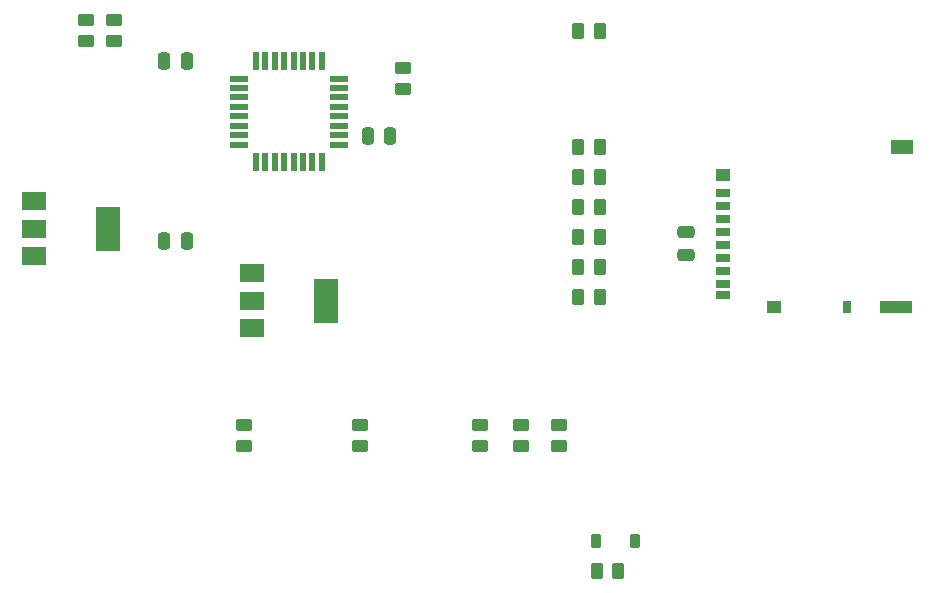
<source format=gbr>
%TF.GenerationSoftware,KiCad,Pcbnew,7.0.2*%
%TF.CreationDate,2023-10-16T21:02:00+02:00*%
%TF.ProjectId,interrupter,696e7465-7272-4757-9074-65722e6b6963,rev?*%
%TF.SameCoordinates,Original*%
%TF.FileFunction,Paste,Top*%
%TF.FilePolarity,Positive*%
%FSLAX46Y46*%
G04 Gerber Fmt 4.6, Leading zero omitted, Abs format (unit mm)*
G04 Created by KiCad (PCBNEW 7.0.2) date 2023-10-16 21:02:00*
%MOMM*%
%LPD*%
G01*
G04 APERTURE LIST*
G04 Aperture macros list*
%AMRoundRect*
0 Rectangle with rounded corners*
0 $1 Rounding radius*
0 $2 $3 $4 $5 $6 $7 $8 $9 X,Y pos of 4 corners*
0 Add a 4 corners polygon primitive as box body*
4,1,4,$2,$3,$4,$5,$6,$7,$8,$9,$2,$3,0*
0 Add four circle primitives for the rounded corners*
1,1,$1+$1,$2,$3*
1,1,$1+$1,$4,$5*
1,1,$1+$1,$6,$7*
1,1,$1+$1,$8,$9*
0 Add four rect primitives between the rounded corners*
20,1,$1+$1,$2,$3,$4,$5,0*
20,1,$1+$1,$4,$5,$6,$7,0*
20,1,$1+$1,$6,$7,$8,$9,0*
20,1,$1+$1,$8,$9,$2,$3,0*%
G04 Aperture macros list end*
%ADD10R,1.600000X0.550000*%
%ADD11R,0.550000X1.600000*%
%ADD12RoundRect,0.250000X-0.450000X0.262500X-0.450000X-0.262500X0.450000X-0.262500X0.450000X0.262500X0*%
%ADD13RoundRect,0.250000X-0.250000X-0.475000X0.250000X-0.475000X0.250000X0.475000X-0.250000X0.475000X0*%
%ADD14R,2.000000X1.500000*%
%ADD15R,2.000000X3.800000*%
%ADD16RoundRect,0.250000X-0.262500X-0.450000X0.262500X-0.450000X0.262500X0.450000X-0.262500X0.450000X0*%
%ADD17RoundRect,0.250000X0.262500X0.450000X-0.262500X0.450000X-0.262500X-0.450000X0.262500X-0.450000X0*%
%ADD18RoundRect,0.250000X-0.475000X0.250000X-0.475000X-0.250000X0.475000X-0.250000X0.475000X0.250000X0*%
%ADD19RoundRect,0.225000X-0.225000X-0.375000X0.225000X-0.375000X0.225000X0.375000X-0.225000X0.375000X0*%
%ADD20R,1.200000X0.700000*%
%ADD21R,0.800000X1.000000*%
%ADD22R,1.200000X1.000000*%
%ADD23R,2.800000X1.000000*%
%ADD24R,1.900000X1.300000*%
%ADD25RoundRect,0.250000X0.450000X-0.262500X0.450000X0.262500X-0.450000X0.262500X-0.450000X-0.262500X0*%
G04 APERTURE END LIST*
D10*
%TO.C,U4*%
X47820000Y-38350000D03*
X47820000Y-39150000D03*
X47820000Y-39950000D03*
X47820000Y-40750000D03*
X47820000Y-41550000D03*
X47820000Y-42350000D03*
X47820000Y-43150000D03*
X47820000Y-43950000D03*
D11*
X49270000Y-45400000D03*
X50070000Y-45400000D03*
X50870000Y-45400000D03*
X51670000Y-45400000D03*
X52470000Y-45400000D03*
X53270000Y-45400000D03*
X54070000Y-45400000D03*
X54870000Y-45400000D03*
D10*
X56320000Y-43950000D03*
X56320000Y-43150000D03*
X56320000Y-42350000D03*
X56320000Y-41550000D03*
X56320000Y-40750000D03*
X56320000Y-39950000D03*
X56320000Y-39150000D03*
X56320000Y-38350000D03*
D11*
X54870000Y-36900000D03*
X54070000Y-36900000D03*
X53270000Y-36900000D03*
X52470000Y-36900000D03*
X51670000Y-36900000D03*
X50870000Y-36900000D03*
X50070000Y-36900000D03*
X49270000Y-36900000D03*
%TD*%
D12*
%TO.C,R15*%
X71755000Y-67667500D03*
X71755000Y-69492500D03*
%TD*%
D13*
%TO.C,C6*%
X41515000Y-36830000D03*
X43415000Y-36830000D03*
%TD*%
D12*
%TO.C,R14*%
X74930000Y-67667500D03*
X74930000Y-69492500D03*
%TD*%
D14*
%TO.C,U2*%
X48920000Y-54850000D03*
X48920000Y-57150000D03*
D15*
X55220000Y-57150000D03*
D14*
X48920000Y-59450000D03*
%TD*%
D16*
%TO.C,R7*%
X76557500Y-46690000D03*
X78382500Y-46690000D03*
%TD*%
D17*
%TO.C,R12*%
X78382500Y-56850000D03*
X76557500Y-56850000D03*
%TD*%
D18*
%TO.C,C5*%
X85725000Y-51355000D03*
X85725000Y-53255000D03*
%TD*%
D17*
%TO.C,R16*%
X79967500Y-80010000D03*
X78142500Y-80010000D03*
%TD*%
D12*
%TO.C,R1*%
X34925000Y-33377500D03*
X34925000Y-35202500D03*
%TD*%
D16*
%TO.C,R13*%
X76557500Y-34290000D03*
X78382500Y-34290000D03*
%TD*%
D13*
%TO.C,C7*%
X41515000Y-52070000D03*
X43415000Y-52070000D03*
%TD*%
D17*
%TO.C,R11*%
X78382500Y-44150000D03*
X76557500Y-44150000D03*
%TD*%
D19*
%TO.C,D1*%
X78120000Y-77470000D03*
X81420000Y-77470000D03*
%TD*%
D12*
%TO.C,R2*%
X37249100Y-33377500D03*
X37249100Y-35202500D03*
%TD*%
D14*
%TO.C,U1*%
X30505000Y-48754000D03*
X30505000Y-51054000D03*
D15*
X36805000Y-51054000D03*
D14*
X30505000Y-53354000D03*
%TD*%
D16*
%TO.C,R8*%
X76557500Y-54310000D03*
X78382500Y-54310000D03*
%TD*%
D12*
%TO.C,R5*%
X68290000Y-67667500D03*
X68290000Y-69492500D03*
%TD*%
%TO.C,R4*%
X58130000Y-67667500D03*
X58130000Y-69492500D03*
%TD*%
D13*
%TO.C,C4*%
X58740000Y-43180000D03*
X60640000Y-43180000D03*
%TD*%
D12*
%TO.C,R3*%
X48260000Y-67667500D03*
X48260000Y-69492500D03*
%TD*%
D16*
%TO.C,R6*%
X76557500Y-51770000D03*
X78382500Y-51770000D03*
%TD*%
D17*
%TO.C,R10*%
X78382500Y-49230000D03*
X76557500Y-49230000D03*
%TD*%
D20*
%TO.C,J2*%
X88870000Y-48055000D03*
X88870000Y-49155000D03*
X88870000Y-50255000D03*
X88870000Y-51355000D03*
X88870000Y-52455000D03*
X88870000Y-53555000D03*
X88870000Y-54655000D03*
X88870000Y-55755000D03*
X88870000Y-56705000D03*
D21*
X99370000Y-57655000D03*
D22*
X93170000Y-57655000D03*
D23*
X103520000Y-57655000D03*
D22*
X88870000Y-46505000D03*
D24*
X103970000Y-44155000D03*
%TD*%
D25*
%TO.C,R9*%
X61722000Y-39266500D03*
X61722000Y-37441500D03*
%TD*%
M02*

</source>
